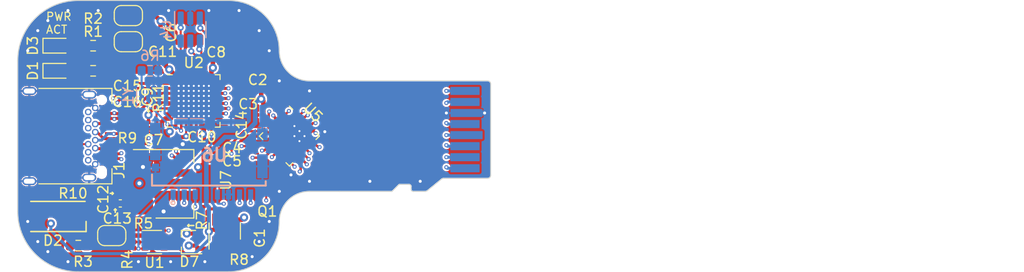
<source format=kicad_pcb>
(kicad_pcb (version 20221018) (generator pcbnew)
  (title_block (title "SD SWAP") (date "2023-08-31") (rev "V1.1"))
  (layers (0 "F.Cu" signal) (1 "In1.Cu" signal) (2 "In2.Cu" signal) (31 "B.Cu" signal) (34 "B.Paste" user) (35 "F.Paste" user) (36 "B.SilkS" user "B.Silkscreen") (37 "F.SilkS" user "F.Silkscreen") (38 "B.Mask" user) (39 "F.Mask" user) (44 "Edge.Cuts" user))
  (net 0 "")
  (net 1 "GND")
  (net 2 "Net-(U2-SDREG)")
  (net 3 "+3.3V")
  (net 4 "+1V2")
  (net 5 "+5V")
  (net 6 "Net-(D1-A)")
  (net 7 "Net-(D2-A1)")
  (net 8 "/ACT")
  (net 9 "Net-(D3-A)")
  (net 10 "/SD_VCC")
  (net 11 "VCC")
  (net 12 "Net-(J1-CC1)")
  (net 14 "Net-(J1-CC2)")
  (net 15 "/SD_SEL")
  (net 17 "/SS_RX+")
  (net 18 "/SS_RX-")
  (net 19 "/SS_TX+")
  (net 20 "/SS_TX-")
  (net 21 "/USB-")
  (net 22 "/USB+")
  (net 23 "Net-(JP1-B)")
  (net 24 "Net-(JP2-B)")
  (net 25 "Net-(JP3-A)")
  (net 26 "Net-(JP3-B)")
  (net 27 "Net-(Q1A-B1)")
  (net 28 "Net-(Q1B-B2)")
  (net 29 "Net-(U2-CARD_3V3)")
  (net 30 "Net-(U2-XTLI)")
  (net 31 "Net-(U2-REFF)")
  (net 32 "Net-(U2-XTLO)")
  (net 33 "Net-(U2-SD_D1)")
  (net 34 "Net-(U2-SD_D0)")
  (net 35 "Net-(U2-SD_CLK)")
  (net 36 "Net-(U2-SD_CMD)")
  (net 37 "Net-(U2-SD_D3)")
  (net 38 "Net-(U2-SD_D2)")
  (net 39 "Net-(U2-MOSI)")
  (net 40 "Net-(U2-SCK)")
  (net 41 "Net-(U2-CS#)")
  (net 42 "Net-(U2-MISO)")
  (net 43 "Net-(U3-DAT2)")
  (net 44 "Net-(U3-DAT3)")
  (net 45 "Net-(U3-CMD)")
  (net 46 "Net-(U3-CLK)")
  (net 47 "Net-(U3-DAT0)")
  (net 48 "Net-(U3-DAT1)")
  (net 49 "Net-(U5-COM1)")
  (net 50 "Net-(U5-COM2)")
  (net 51 "/SS_TXC+")
  (net 52 "/SS_TXC-")
  (net 53 "Net-(U5-COM3)")
  (net 54 "Net-(U5-COM4)")
  (net 55 "Net-(U5-COM5)")
  (net 56 "Net-(U5-COM6)")
  (net 58 "/INV_PWR")
  (footprint "Resistor_SMD:R_0603_1608Metric" (layer "F.Cu") (at 98.5 75)
    (fp_text reference "R1")
    (fp_text value "6.2K" hide)
  )
  (footprint "Capacitor_SMD:C_0201_0603Metric" (layer "F.Cu") (at 101.9 79.1)
    (fp_text reference "C15")
    (fp_text value "0.1u" hide)
  )
  (footprint "Resistor_SMD:R_0201_0603Metric" (layer "F.Cu") (at 102.6 92.345 -90)
    (fp_text reference "R4")
    (fp_text value "6.2K" hide)
  )
  (footprint "Capacitor_SMD:C_0201_0603Metric" (layer "F.Cu") (at 110.72 74.2)
    (fp_text reference "C8")
    (fp_text value "0.1u" hide)
  )
  (footprint "Package_TO_SOT_SMD:SOT-323_SC-70" (layer "F.Cu") (at 108 92.05 180)
    (fp_text reference "D7")
    (fp_text value "BAT54CW")
  )
  (footprint "Jumper:SolderJumper-2_P1.3mm_Bridged_RoundedPad1.0x1.5mm" (layer "F.Cu") (at 100.35 91.4)
    (fp_text reference "JP3" hide)
    (fp_text value "nLED" hide)
  )
  (footprint "Package_DFN_QFN:WQFN-24-1EP_4x4mm_P0.5mm_EP2.6x2.6mm" (layer "F.Cu") (at 118 81.5 -45)
    (fp_text reference "U5")
    (fp_text value "TS3A27518ERTW" hide)
  )
  (footprint "Package_TO_SOT_SMD:SOT-23-6" (layer "F.Cu") (at 111.575 90.95 90)
    (fp_text reference "Q1")
    (fp_text value "Q_Dual_PNP_PNP_E1B1C2E2B2C1" hide)
  )
  (footprint "Resistor_SMD:R_0603_1608Metric" (layer "F.Cu") (at 98.5 72.5)
    (fp_text reference "R2")
    (fp_text value "6.2K" hide)
  )
  (footprint "LED_SMD:LED_0603_1608Metric" (layer "F.Cu") (at 95 75)
    (fp_text reference "D1")
    (fp_text value "ACTIVITY" hide)
  )
  (footprint "Package_DFN_QFN:VQFN-32-1EP_5x5mm_P0.5mm_EP3.5x3.5mm" (layer "F.Cu") (at 108.5 78)
    (fp_text reference "U2")
    (fp_text value "RTS5306E" hide)
  )
  (footprint "Jumper:SolderJumper-2_P1.3mm_Bridged_RoundedPad1.0x1.5mm" (layer "F.Cu") (at 102 69.5 180)
    (fp_text reference "JP2" hide)
    (fp_text value "nLED" hide)
  )
  (footprint "Capacitor_SMD:C_0201_0603Metric" (layer "F.Cu") (at 115.095 79.39 180)
    (fp_text reference "C3")
    (fp_text value "0.1u" hide)
  )
  (footprint "Resistor_SMD:R_0201_0603Metric" (layer "F.Cu") (at 107.145 90.4 180)
    (fp_text reference "R7")
    (fp_text value "100" hide)
  )
  (footprint "Capacitor_SMD:C_0201_0603Metric" (layer "F.Cu") (at 104 80.4 -90)
    (fp_text reference "C9")
    (fp_text value "0.1u" hide)
  )
  (footprint "Capacitor_SMD:C_0201_0603Metric" (layer "F.Cu") (at 101.36 87.3 180)
    (fp_text reference "C12")
    (fp_text value "0.1u" hide)
  )
  (footprint "Package_TO_SOT_SMD:SOT-223-3_TabPin2" (layer "F.Cu") (at 106.6 86.25)
    (fp_text reference "U7")
    (fp_text value "AZ1117-3.3")
  )
  (footprint "Capacitor_SMD:C_0201_0603Metric" (layer "F.Cu") (at 112.2 80.4 -90)
    (fp_text reference "C14")
    (fp_text value "0.1u" hide)
  )
  (footprint "Capacitor_SMD:C_0201_0603Metric" (layer "F.Cu") (at 107.12 81.6 180)
    (fp_text reference "C10")
    (fp_text value "0.1u" hide)
  )
  (footprint "LED_SMD:LED_0603_1608Metric" (layer "F.Cu") (at 95 72.5)
    (fp_text reference "D3")
    (fp_text value "POWER" hide)
  )
  (footprint "LED_SMD:LED_RGB_1210" (layer "F.Cu") (at 95 89.5 180)
    (fp_text reference "D2")
    (fp_text value "PROG/PASS" hide)
  )
  (footprint "Capacitor_SMD:C_0201_0603Metric" (layer "F.Cu") (at 105.4 74.2 180)
    (fp_text reference "C11")
    (fp_text value "0.1u" hide)
  )
  (footprint "Resistor_SMD:R_0201_0603Metric" (layer "F.Cu") (at 98.5 88 -90)
    (fp_text reference "R10")
    (fp_text value "5.1K" hide)
  )
  (footprint "Capacitor_SMD:C_0201_0603Metric" (layer "F.Cu") (at 105.9 81.845 -90)
    (fp_text reference "C7")
    (fp_text value "0.1u" hide)
  )
  (footprint "Resistor_SMD:R_0201_0603Metric" (layer "F.Cu") (at 105.255 90.4)
    (fp_text reference "R5")
    (fp_text value "6.2K" hide)
  )
  (footprint "Capacitor_SMD:C_0402_1005Metric" (layer "F.Cu") (at 101.2 88.2 180)
    (fp_text reference "C13")
    (fp_text value "1u" hide)
  )
  (footprint "Capacitor_SMD:C_0201_0603Metric" (layer "F.Cu") (at 110.4 83.6)
    (fp_text reference "C5")
    (fp_text value "0.1u" hide)
  )
  (footprint "Resistor_SMD:R_0201_0603Metric" (layer "F.Cu") (at 111.255 93.6 180)
    (fp_text reference "R8")
    (fp_text value "100" hide)
  )
  (footprint "Connector_USB:USB_C_Receptacle_Amphenol_12401548E4-2A" (layer "F.Cu") (at 95 81.5 -90)
    (fp_text reference "J1")
    (fp_text value "USB_C" hide)
  )
  (footprint "Capacitor_SMD:C_0201_0603Metric" (layer "F.Cu") (at 105.2 71.2 -90)
    (fp_text reference "C6")
    (fp_text value "0.1u" hide)
  )
  (footprint "Jumper:SolderJumper-2_P1.3mm_Bridged_RoundedPad1.0x1.5mm" (layer "F.Cu") (at 102 72.1 180)
    (fp_text reference "JP1" hide)
    (fp_text value "nLED" hide)
  )
  (footprint "Resistor_SMD:R_0603_1608Metric" (layer "F.Cu") (at 97.025 92.4 180)
    (fp_text reference "R3")
    (fp_text value "6.2K" hide)
  )
  (footprint "Capacitor_SMD:C_0201_0603Metric" (layer "F.Cu") (at 113.8 91.36 90)
    (fp_text reference "C1")
    (fp_text value "0.1u" hide)
  )
  (footprint "Capacitor_SMD:C_0201_0603Metric" (layer "F.Cu") (at 101.9 79.9)
    (fp_text reference "C16")
    (fp_text value "0.1u" hide)
  )
  (footprint "Resistor_SMD:R_0201_0603Metric" (layer "F.Cu") (at 104.8 80.4 -90)
    (fp_text reference "R11")
    (fp_text value "6.2K" hide)
  )
  (footprint "Package_TO_SOT_SMD:SOT-363_SC-70-6" (layer "F.Cu") (at 104.6 92.05)
    (fp_text reference "U1")
    (fp_text value "74LVC2G14")
  )
  (footprint "Resistor_SMD:R_0201_0603Metric" (layer "F.Cu") (at 101.9 80.7)
    (fp_text reference "R9")
    (fp_text value "5.1K" hide)
  )
  (footprint "Capacitor_SMD:C_0201_0603Metric" (layer "F.Cu") (at 114.855 76.9 180)
    (fp_text reference "C2")
    (fp_text value "0.1u" hide)
  )
  (footprint "SD_Swap:PCB-SD" (layer "F.Cu") (at 123 76)
    (fp_text reference "U3" hide)
    (fp_text value "PCB_SD")
    (fp_line (start 0 0) (end 14.7 0) (stroke (width 0.1)) (layer "Edge.Cuts"))
    (fp_line (start 5.160001 11) (end 0 11) (stroke (width 0.1)) (layer "Edge.Cuts"))
    (fp_line (start 5.870001 10.328995) (end 5.23 10.971005) (stroke (width 0.1)) (layer "Edge.Cuts"))
    (fp_line (start 6.9 10.3) (end 5.94 10.3) (stroke (width 0.1)) (layer "Edge.Cuts"))
    (fp_line (start 7.1 10.8) (end 7.1 10.5) (stroke (width 0.1)) (layer "Edge.Cuts"))
    (fp_line (start 8.501856 10.999641) (end 7.3 11) (stroke (width 0.1)) (layer "Edge.Cuts"))
    (fp_line (start 10.11 9.78) (end 8.71 10.919641) (stroke (width 0.1)) (layer "Edge.Cuts"))
    (fp_line (start 14.7 9.7) (end 10.3 9.7) (stroke (width 0.1)) (layer "Edge.Cuts"))
    (fp_line (start 15 0.3) (end 15 9.4) (stroke (width 0.1)) (layer "Edge.Cuts"))
    (fp_arc (start 5.23 10.971005) (mid 5.19789 10.992484) (end 5.160001 11) (stroke (width 0.1)) (layer "Edge.Cuts"))
    (fp_arc (start 5.870001 10.328995) (mid 5.902112 10.307516) (end 5.94 10.3) (stroke (width 0.1)) (layer "Edge.Cuts"))
    (fp_arc (start 6.9 10.3) (mid 7.041421 10.358579) (end 7.1 10.5) (stroke (width 0.1)) (layer "Edge.Cuts"))
    (fp_arc (start 7.3 11) (mid 7.158579 10.941421) (end 7.1 10.8) (stroke (width 0.1)) (layer "Edge.Cuts"))
    (fp_arc (start 8.71 10.919547) (mid 8.61282 10.977477) (end 8.501856 10.999547) (stroke (width 0.1)) (layer "Edge.Cuts"))
    (fp_arc (start 10.11 9.78) (mid 10.198114 9.723648) (end 10.3 9.7) (stroke (width 0.1)) (layer "Edge.Cuts"))
    (fp_arc (start 14.7 0) (mid 14.912132 0.087868) (end 15 0.3) (stroke (width 0.1)) (layer "Edge.Cuts"))
    (fp_arc (start 15 9.4) (mid 14.912132 9.612132) (end 14.7 9.7) (stroke (width 0.1)) (layer "Edge.Cuts"))
  )
  (footprint "Capacitor_SMD:C_0201_0603Metric" (layer "F.Cu") (at 110.4 82.7)
    (fp_text reference "C4")
    (fp_text value "0.1u" hide)
  )
  (footprint "SD_Swap:105162-0001" (layer "B.Cu") (at 110 79.971715 180)
    (fp_text reference "U6")
    (fp_text value "SD_SOCKET" hide)
  )
  (footprint "SD_Swap:Resonator-3.2x1.3mm" (layer "B.Cu") (at 103.317501 77.4825)
    (fp_text reference "Y1")
    (fp_text value "12MHz" hide)
  )
  (footprint "Resistor_SMD:R_0603_1608Metric" (layer "B.Cu") (at 104.145 75)
    (fp_text reference "R6")
    (fp_text value "10K" hide)
  )
  (footprint "Package_TO_SOT_SMD:SOT-23-6" (layer "B.Cu") (at 108.15 70.9 -90)
    (fp_text reference "U4")
    (fp_text value "93AAxxAT" hide)
  )
  (gr_line (start 100.6 88.85) (end 100.7 88.75) (stroke (width 0.15)) (layer "F.SilkS"))
  (gr_line (start 100.8 88.85) (end 100.6 88.85) (stroke (width 0.15)) (layer "F.SilkS"))
  (gr_line (start 100.4 87.1) (end 100.5 87.2) (stroke (width 0.15)) (layer "F.SilkS"))
  (gr_line (start 100.7 88.75) (end 100.7 89.1) (stroke (width 0.15)) (layer "F.SilkS"))
  (gr_line (start 107.9 90.4) (end 108 90.3) (stroke (width 0.15)) (layer "F.SilkS"))
  (gr_line (start 100.5 87.2) (end 100.2 87.2) (stroke (width 0.15)) (layer "F.SilkS"))
  (gr_line (start 104 79.1) (end 103.9 79) (stroke (width 0.15)) (layer "F.SilkS"))
  (gr_line (start 100.5 87.2) (end 100.4 87.3) (stroke (width 0.15)) (layer "F.SilkS"))
  (gr_line (start 104.1 79) (end 104 79.1) (stroke (width 0.15)) (layer "F.SilkS"))
  (gr_line (start 107.9 90.4) (end 108.5 90.4) (stroke (width 0.15)) (layer "F.SilkS"))
  (gr_line (start 100.7 88.75) (end 100.8 88.85) (stroke (width 0.15)) (layer "F.SilkS"))
  (gr_line (start 104 79.1) (end 104 78.6) (stroke (width 0.15)) (layer "F.SilkS"))
  (gr_line (start 108 90.3) (end 108 90.5) (stroke (width 0.15)) (layer "F.SilkS"))
  (gr_line (start 108 90.5) (end 107.9 90.4) (stroke (width 0.15)) (layer "F.SilkS"))
  (gr_line (start 100.4 87.3) (end 100.4 87.1) (stroke (width 0.15)) (layer "F.SilkS"))
  (gr_line (start 103.9 79) (end 104.1 79) (stroke (width 0.15)) (layer "F.SilkS"))
  (gr_line (start 91 74) (end 91 89) (stroke (width 0.1)) (layer "Edge.Cuts"))
  (gr_arc (start 112 68) (mid 115.535534 69.464466) (end 117 73) (stroke (width 0.1)) (layer "Edge.Cuts"))
  (gr_line (start 120 76) (end 123 76) (stroke (width 0.1)) (layer "Edge.Cuts"))
  (gr_line (start 97 68) (end 112 68) (stroke (width 0.1)) (layer "Edge.Cuts"))
  (gr_arc (start 117 90) (mid 117.87868 87.87868) (end 120 87) (stroke (width 0.1)) (layer "Edge.Cuts"))
  (gr_line (start 120 87) (end 123 87) (stroke (width 0.1)) (layer "Edge.Cuts"))
  (gr_arc (start 117 90) (mid 115.535534 93.535534) (end 112 95) (stroke (width 0.1)) (layer "Edge.Cuts"))
  (gr_line (start 97 95) (end 112 95) (stroke (width 0.1)) (layer "Edge.Cuts"))
  (gr_arc (start 97 95) (mid 92.757359 93.242641) (end 91 89) (stroke (width 0.1)) (layer "Edge.Cuts"))
  (gr_arc (start 91 74) (mid 92.757359 69.757359) (end 97 68) (stroke (width 0.1)) (layer "Edge.Cuts"))
  (gr_arc (start 120 76) (mid 117.87868 75.12132) (end 117 73) (stroke (width 0.1)) (layer "Edge.Cuts"))
  (gr_text "PWR\nACT" (at 93.75 70.25) (layer "F.SilkS") (effects (font (size 0.8 0.8) (thickness 0.12)) (justify left)))
  (segment (start 118 81.5) (end 118 80.43934) (width 0.4) (layer "F.Cu") (net 1))
  (segment (start 103.65 92.05) (end 102.625 92.05) (width 0.2) (layer "F.Cu") (net 1))
  (segment (start 102.625 92.05) (end 102.6 92.025) (width 0.2) (layer "F.Cu") (net 1))
  (segment (start 118 81.5) (end 119.06066 81.5) (width 0.4) (layer "F.Cu") (net 1))
  (segment (start 118 80.43934) (end 117.160311 79.599651) (width 0.4) (layer "F.Cu") (net 1))
  (segment (start 119.06066 81.5) (end 119.900349 82.339689) (width 0.4) (layer "F.Cu") (net 1))
  (via (at 93 71) (size 0.6) (drill 0.3) (layers "F.Cu" "B.Cu") (net 1))
  (via (at 118.5 80.5) (size 0.4) (drill 0.2) (layers "F.Cu" "B.Cu") (net 1))
  (via (at 116 90) (size 0.6) (drill 0.3) (layers "F.Cu" "B.Cu") (net 1))
  (via (at 109 79) (size 0.4) (drill 0.2) (layers "F.Cu" "B.Cu") (net 1))
  (via (at 109.5 76.5) (size 0.4) (drill 0.2) (layers "F.Cu" "B.Cu") (net 1))
  (via (at 109 78.5) (size 0.4) (drill 0.2) (layers "F.Cu" "B.Cu") (net 1))
  (via (at 120 77) (size 0.6) (drill 0.3) (layers "F.Cu" "B.Cu") (net 1))
  (via (at 109.5 79) (size 0.4) (drill 0.2) (layers "F.Cu" "B.Cu") (net 1))
  (via (at 108.5 77) (size 0.4) (drill 0.2) (layers "F.Cu" "B.Cu") (net 1))
  (via (at 109.5 78.5) (size 0.4) (drill 0.2) (layers "F.Cu" "B.Cu") (net 1))
  (via (at 108 78.5) (size 0.4) (drill 0.2) (layers "F.Cu" "B.Cu") (net 1))
  (via (at 108 79.5) (size 0.4) (drill 0.2) (layers "F.Cu" "B.Cu") (net 1))
  (via (at 107.4 82.3) (size 0.8) (drill 0.4) (layers "F.Cu" "B.Cu") (net 1))
  (via (at 107 78.5) (size 0.4) (drill 0.2) (layers "F.Cu" "B.Cu") (net 1))
  (via (at 109 76.5) (size 0.4) (drill 0.2) (layers "F.Cu" "B.Cu") (net 1))
  (via (at 103 94) (size 0.6) (drill 0.3) (layers "F.Cu" "B.Cu") (net 1))
  (via (at 105.5 89) (size 0.8) (drill 0.4) (layers "F.Cu" "B.Cu") (net 1))
  (via (at 107 79.5) (size 0.4) (drill 0.2) (layers "F.Cu" "B.Cu") (net 1))
  (via (at 116 73) (size 0.6) (drill 0.3) (layers "F.Cu" "B.Cu") (net 1))
  (via (at 108.5 77.5) (size 0.4) (drill 0.2) (layers "F.Cu" "B.Cu") (net 1))
  (via (at 109 78) (size 0.4) (drill 0.2) (layers "F.Cu" "B.Cu") (net 1))
  (via (at 113 69) (size 0.6) (drill 0.3) (layers "F.Cu" "B.Cu") (net 1))
  (via (at 106.2 94) (size 0.6) (drill 0.3) (layers "F.Cu" "B.Cu") (net 1))
  (via (at 108 76.5) (size 0.4) (drill 0.2) (layers "F.Cu" "B.Cu") (net 1))
  (via (at 117 87) (size 0.6) (drill 0.3) (layers "F.Cu" "B.Cu") (net 1))
  (via (at 106 69) (size 0.6) (drill 0.3) (layers "F.Cu" "B.Cu") (net 1))
  (via (at 110 78.5) (size 0.4) (drill 0.2) (layers "F.Cu" "B.Cu") (net 1))
  (via (at 109.5 77.5) (size 0.4) (drill 0.2) (layers "F.Cu" "B.Cu") (net 1))
  (via (at 126 86) (size 0.6) (drill 0.3) (layers "F.Cu" "B.Cu") (net 1))
  (via (at 110 79.5) (size 0.4) (drill 0.2) (layers "F.Cu" "B.Cu") (net 1))
  (via (at 115 92) (size 0.6) (drill 0.3) (layers "F.Cu" "B.Cu") (net 1))
  (via (at 119.5 81.5) (size 0.4) (drill 0.2) (layers "F.Cu" "B.Cu") (net 1))
  (via (at 96 69) (size 0.6) (drill 0.3) (layers "F.Cu" "B.Cu") (net 1))
  (via (at 117 76) (size 0.6) (drill 0.3) (layers "F.Cu" "B.Cu") (net 1))
  (via (at 107.5 79) (size 0.4) (drill 0.2) (layers "F.Cu" "B.Cu") (net 1))
  (via (at 109 77.5) (size 0.4) (drill 0.2) (layers "F.Cu" "B.Cu") (net 1))
  (via (at 93 92) (size 0.6) (drill 0.3) (layers "F.Cu" "B.Cu") (net 1))
  (via (at 108 79) (size 0.4) (drill 0.2) (layers "F.Cu" "B.Cu") (net 1))
  (via (at 137.4 79.2) (size 0.6) (drill 0.3) (layers "F.Cu" "B.Cu") (net 1))
  (via (at 119 81) (size 0.4) (drill 0.2) (layers "F.Cu" "B.Cu") (net 1))
  (via (at 110 69) (size 0.6) (drill 0.3) (layers "F.Cu" "B.Cu") (net 1))
  (via (at 109.5 77) (size 0.4) (drill 0.2) (layers "F.Cu" "B.Cu") (net 1))
  (via (at 110 76.5) (size 0.4) (drill 0.2) (layers "F.Cu" "B.Cu") (net 1))
  (via (at 99 69) (size 0.6) (drill 0.3) (layers "F.Cu" "B.Cu") (net 1))
  (via (at 107 76.5) (size 0.4) (drill 0.2) (layers "F.Cu" "B.Cu") (net 1))
  (via (at 108.5 78) (size 0.4) (drill 0.2) (layers "F.Cu" "B.Cu") (net 1))
  (via (at 110 77.5) (size 0.4) (drill 0.2) (layers "F.Cu" "B.Cu") (net 1))
  (via (at 131 86) (size 0.6) (drill 0.3) (layers "F.Cu" "B.Cu") (net 1))
  (via (at 109 79.5) (size 0.4) (drill 0.2) (layers "F.Cu" "B.Cu") (net 1))
  (via (at 109 77) (size 0.4) (drill 0.2) (layers "F.Cu" "B.Cu") (net 1))
  (via (at 107.5 79.5) (size 0.4) (drill 0.2) (layers "F.Cu" "B.Cu") (net 1))
  (via (at 107 77) (size 0.4) (drill 0.2) (layers "F.Cu" "B.Cu") (net 1))
  (via (at 94 93) (size 0.6) (drill 0.3) (layers "F.Cu" "B.Cu") (net 1))
  (via (at 109.5 79.5) (size 0.4) (drill 0.2) (layers "F.Cu" "B.Cu") (net 1))
  (via (at 115 71) (size 0.6) (drill 0.3) (layers "F.Cu" "B.Cu") (net 1))
  (via (at 120 86) (size 0.6) (drill 0.3) (layers "F.Cu" "B.Cu") (net 1))
  (via (at 114.3 93.5) (size 0.6) (drill 0.3) (layers "F.Cu" "B.Cu") (net 1))
  (via (at 94 70) (size 0.6) (drill 0.3) (layers "F.Cu" "B.Cu") (net 1))
  (via (at 107.5 78.5) (size 0.4) (drill 0.2) (layers "F.Cu" "B.Cu") (net 1))
  (via (at 118.5 81.5) (size 0.4) (drill 0.2) (layers "F.Cu" "B.Cu") (net 1))
  (via (at 96 94) (size 0.6) (drill 0.3) (layers "F.Cu" "B.Cu") (net 1))
  (via (at 107 78) (size 0.4) (drill 0.2) (layers "F.Cu" "B.Cu") (net 1))
  (via (at 109.6 94) (size 0.6) (drill 0.3) (layers "F.Cu" "B.Cu") (net 1))
  (via (at 108.5 79) (size 0.4) (drill 0.2) (layers "F.Cu" "B.Cu") (net 1))
  (via (at 108 77) (size 0.4) (drill 0.2) (layers "F.Cu" "B.Cu") (net 1))
  (via (at 107.5 77) (size 0.4) (drill 0.2) (layers "F.Cu" "B.Cu") (net 1))
  (via (at 133.6 79.2) (size 0.6) (drill 0.3) (layers "F.Cu" "B.Cu") (net 1))
  (via (at 119 82) (size 0.4) (drill 0.2) (layers "F.Cu" "B.Cu") (net 1))
  (via (at 107.5 76.5) (size 0.4) (drill 0.2) (layers "F.Cu" "B.Cu") (net 1))
  (via (at 108 77.5) (size 0.4) (drill 0.2) (layers "F.Cu" "B.Cu") (net 1))
  (via (at 92 73) (size 0.6) (drill 0.3) (layers "F.Cu" "B.Cu") (net 1))
  (via (at 108.5 76.5) (size 0.4) (drill 0.2) (layers "F.Cu" "B.Cu") (net 1))
  (via (at 107 79) (size 0.4) (drill 0.2) (layers "F.Cu" "B.Cu") (net 1))
  (via (at 107.5 77.5) (size 0.4) (drill 0.2) (layers "F.Cu" "B.Cu") (net 1))
  (via (at 109.5 78) (size 0.4) (drill 0.2) (layers "F.Cu" "B.Cu") (net 1))
  (via (at 110 77) (size 0.4) (drill 0.2) (layers "F.Cu" "B.Cu") (net 1))
  (via (at 110 79) (size 0.4) (drill 0.2) (layers "F.Cu" "B.Cu") (net 1))
  (via (at 108.5 78.5) (size 0.4) (drill 0.2) (layers "F.Cu" "B.Cu") (net 1))
  (via (at 108.5 79.5) (size 0.4) (drill 0.2) (layers "F.Cu" "B.Cu") (net 1))
  (via (at 110 78) (size 0.4) (drill 0.2) (layers "F.Cu" "B.Cu") (net 1))
  (via (at 107 77.5) (size 0.4) (drill 0.2) (layers "F.Cu" "B.Cu") (net 1))
  (via (at 108 78) (size 0.4) (drill 0.2) (layers "F.Cu" "B.Cu") (net 1))
  (via (at 92 90) (size 0.6) (drill 0.3) (layers "F.Cu" "B.Cu") (net 1))
  (via (at 118.16 85.36) (size 0.6) (drill 0.3) (layers "F.Cu" "B.Cu") (net 1))
  (via (at 103.45 84.575) (size 0.8) (drill 0.4) (layers "F.Cu" "B.Cu") (net 1))
  (via (at 121.52 81.06) (size 0.6) (drill 0.3) (layers "F.Cu" "B.Cu") (net 1))
  (via (at 107.5 78) (size 0.4) (drill 0.2) (layers "F.Cu" "B.Cu") (net 1))
  (segment (start 112.2 80.08) (end 111.28 80.08) (width 0.2) (layer "F.Cu") (net 2))
  (segment (start 111.28 80.08) (end 110.95 79.75) (width 0.2) (layer "F.Cu") (net 2))
  (segment (start 105.5175 81.1425) (end 105.33 80.955) (width 0.45) (layer "F.Cu") (net 3))
  (segment (start 109.6 82.7) (end 109.5 82.8) (width 0.3) (layer "F.Cu") (net 3))
  (segment (start 102.65 69.5) (end 104.6625 69.5) (width 0.45) (layer "F.Cu") (net 3))
  (segment (start 103.5 86.25) (end 109.75 86.25) (width 1) (layer "F.Cu") (net 3))
  (segment (start 105.2 70.88) (end 105.2 70.0375) (width 0.45) (layer "F.Cu") (net 3))
  (segment (start 105.5175 81.1425) (end 105.618845 81.041155) (width 0.45) (layer "F.Cu") (net 3))
  (segment (start 110.08 83.6) (end 109.5 83.6) (width 0.3) (layer "F.Cu") (net 3))
  (segment (start 108 92.4) (end 108.7 92.4) (width 0.4) (layer "F.Cu") (net 3))
  (segment (start 109.5 86) (end 109.75 86.25) (width 0.45) (layer "F.Cu") (net 3))
  (segment (start 108.7 92.4) (end 109 92.7) (width 0.4) (layer "F.Cu") (net 3))
  (segment (start 109.5 80.45) (end 109.75 80.45) (width 0.3) (layer "F.Cu") (net 3))
  (segment (start 109.5 83.6) (end 109.5 82.8) (width 0.45) (layer "F.Cu") (net 3))
  (segment (start 109 92.7) (end 110.0125 92.7) (width 0.4) (layer "F.Cu") (net 3))
  (segment (start 105.67 79.75) (end 106.05 79.75) (width 0.45) (layer "F.Cu") (net 3))
  (segment (start 109.5 83.6) (end 109.5 84.3) (width 0.45) (layer "F.Cu") (net 3))
  (segment (start 105.618845 81.041155) (end 106.107475 81.041155) (width 0.45) (layer "F.Cu") (net 3))
  (segment (start 109.25 80.45) (end 109.5 80.45) (width 0.3) (layer "F.Cu") (net 3))
  (segment (start 108.93 84.59) (end 109.5 86) (width 0.45) (layer "F.Cu") (net 3))
  (segment (start 109.5 81.4) (end 109.4 81.3) (width 0.45) (layer "F.Cu") (net 3))
  (segment (start 109.5 84.3) (end 108.93 84.59) (width 0.45) (layer "F.Cu") (net 3))
  (segment (start 103.45 86.25) (end 103.15 86.25) (width 0.45) (layer "F.Cu") (net 3))
  (segment (start 105.9 81.525) (end 105.5175 81.1425) (width 0.45) (layer "F.Cu") (net 3))
  (segment (start 109.25 80.45) (end 109.75 80.45) (width 0.45) (layer "F.Cu") (net 3))
  (segment (start 106.05 79.25) (end 106.05 79.75) (width 0.45) (layer "F.Cu") (net 3))
  (segment (start 109.4 81.3) (end 109.5 81.2) (width 0.45) (layer "F.Cu") (net 3))
  (segment (start 110.0125 92.7) (end 110.625 92.0875) (width 0.4) (layer "F.Cu") (net 3))
  (segment (start 109.5 81.2) (end 109.5 80.45) (width 0.45) (layer "F.Cu") (net 3))
  (segment (start 103.15 86.25) (end 103.1 86.2) (width 0.45) (layer "F.Cu") (net 3))
  (segment (start 105.33 80.09) (end 105.67 79.75) (width 0.45) (layer "F.Cu") (net 3))
  (segment (start 105.33 80.955) (end 105.33 80.09) (width 0.45) (layer "F.Cu") (net 3))
  (segment (start 110.08 82.7) (end 109.6 82.7) (width 0.3) (layer "F.Cu") (net 3))
  (segment (start 104.6625 69.5) (end 105.2 70.0375) (width 0.45) (layer "F.Cu") (net 3))
  (segment (start 109.5 82.8) (end 109.5 81.4) (width 0.45) (layer "F.Cu") (net 3))
  (segment (start 103.1 86.2) (end 103.5 86.25) (width 1) (layer "F.Cu") (net 3))
  (via (at 108.93 84.59) (size 0.8) (drill 0.4) (layers "F.Cu" "B.Cu") (net 3))
  (via (at 103.1 86.2) (size 0.8) (drill 0.4) (layers "F.Cu" "B.Cu") (net 3))
  (via (at 106.107475 81.041155) (size 0.8) (drill 0.4) (layers "F.Cu" "B.Cu") (net 3))
  (via (at 105.2 70.0375) (size 0.8) (drill 0.4) (layers "F.Cu" "B.Cu") (net 3))
  (via (at 108 92.4) (size 0.8) (drill 0.4) (layers "F.Cu" "B.Cu") (net 3))
  (via (at 109.4 81.3) (size 0.8) (drill 0.4) (layers "F.Cu" "B.Cu") (net 3))
  (segment (start 105.2 70.0375) (end 107.2 72.0375) (width 0.3) (layer "B.Cu") (net 3))
  (segment (start 107.739333 80.460667) (end 107.75 80.45) (width 0.2) (layer "F.Cu") (net 4))
  (segment (start 110.25 74.85) (end 110.4 74.7) (width 0.45) (layer "F.Cu") (net 4))
  (segment (start 104.95 78.25) (end 104 79.2) (width 0.45) (layer "F.Cu") (net 4))
  (segment (start 107.44 81.6) (end 107.65 81.6) (width 0.2) (layer "F.Cu") (net 4))
  (segment (start 107.739333 81.525667) (end 107.739333 81.510667) (width 0.2) (layer "F.Cu") (net 4))
  (segment (start 105.72 74.52) (end 105.72 74.2) (width 0.45) (layer "F.Cu") (net 4))
  (segment (start 104 80.08) (end 104 79.4) (width 0.3) (layer "F.Cu") (net 4))
  (segment (start 106.75 75.55) (end 106.06 74.86) (width 0.45) (layer "F.Cu") (net 4))
  (segment (start 106.06 74.86) (end 105.72 74.52) (width 0.45) (layer "F.Cu") (net 4))
  (segment (start 106.05 78.25) (end 104.95 78.25) (width 0.45) (layer "F.Cu") (net 4))
  (segment (start 107.65 81.6) (end 107.739333 81.510667) (width 0.2) (layer "F.Cu") (net 4))
  (segment (start 107.739333 81.510667) (end 107.739333 80.460667) (width 0.2) (layer "F.Cu") (net 4))
  (segment (start 110.25 75.55) (end 110.25 74.85) (width 0.45) (layer "F.Cu") (net 4))
  (segment (start 110.4 74.2) (end 110.4 74.7) (width 0.3) (layer "F.Cu") (net 4))
  (segment (start 104 79.2) (end 104 79.4) (width 0.45) (layer "F.Cu") (net 4))
  (via (at 104 79.4) (size 0.8) (drill 0.4) (layers "F.Cu" "B.Cu") (net 4))
  (via (at 106.06 74.86) (size 0.8) (drill 0.4) (layers "F.Cu" "B.Cu") (net 4))
  (via (at 107.739333 81.510667) (size 0.6) (drill 0.3) (layers "F.Cu" "B.Cu") (net 4))
  (via (at 110.4 74.7) (size 0.8) (drill 0.4) (layers "F.Cu" "B.Cu") (net 4))
  (segment (start 102 87.6) (end 102 87.3) (width 0.45) (layer "F.Cu") (net 5))
  (segment (start 102.2 88.2) (end 102 88) (width 0.45) (layer "F.Cu") (net 5))
  (segment (start 101.6 82.6) (end 100.795 82.6) (width 0.45) (layer "F.Cu") (net 5))
  (segment (start 102 86.8) (end 102 83) (width 0.45) (layer "F.Cu") (net 5))
  (segment (start 101.68 87.3) (end 102 87.3) (width 0.45) (layer "F.Cu") (net 5))
  (segment (start 103.45 88.55) (end 102.55 88.55) (width 0.45) (layer "F.Cu") (net 5))
  (segment (start 98.76 82.75) (end 98.71 82.7) (width 0.3) (layer "F.Cu") (net 5))
  (segment (start 100.795 82.6) (end 100.7 82.6) (width 0.3) (layer "F.Cu") (net 5))
  (segment (start 102.55 88.55) (end 102.2 88.2) (width 0.45) (layer "F.Cu") (net 5))
  (segment (start 101.95 88.05) (end 102 88) (width 0.45) (layer "F.Cu") (net 5))
  (segment (start 100.02 82.75) (end 100.55 82.75) (width 0.3) (layer "F.Cu") (net 5))
  (segment (start 98.76 80.25) (end 98.71 80.3) (width 0.3) (layer "F.Cu") (net 5))
  (segment (start 102 88) (end 102 87.6) (width 0.45) (layer "F.Cu") (net 5))
  (segment (start 102 83) (end 101.6 82.6) (width 0.45) (layer "F.Cu") (net 5))
  (segment (start 100.02 82.75) (end 98.76 82.75) (width 0.3) (layer "F.Cu") (net 5))
  (segment (start 101.68 88.2) (end 102.2 88.2) (width 0.45) (layer "F.Cu") (net 5))
  (segment (start 100.55 82.75) (end 100.7 82.6) (width 0.3) (layer "F.Cu") (net 5))
  (segment (start 100.02 80.25) (end 98.76 80.25) (width 0.3) (layer "F.Cu") (net 5))
  (segment (start 102 87.3) (end 102 86.8) (width 0.45) (layer "F.Cu") (net 5))
  (segment (start 97.675 75) (end 95.7875 75) (width 0.3) (layer "F.Cu") (net 6))
  (segment (start 93.25 88.8) (end 94.55 88.8) (width 0.25) (layer "F.Cu") (net 7))
  (segment (start 95.95 90.2) (end 96.75 90.2) (width 0.25) (layer "F.Cu") (net 7))
  (segment (start 96.2 90.75) (end 96.75 90.2) (width 0.25) (layer "F.Cu") (net 7))
  (segment (start 94.55 88.8) (end 95.95 90.2) (width 0.25) (layer "F.Cu") (net 7))
  (segment (start 96.2 92.4) (end 96.2 90.75) (width 0.25) (layer "F.Cu") (net 7))
  (segment (start 106.831802 73.768198) (end 107.75 74.686396) (width 0.45) (layer "F.Cu") (net 8))
  (segment (start 103.3 72.75) (end 106.5 72.75) (width 0.45) (layer "F.Cu") (net 8))
  (segment (start 107.75 75.55) (end 107.75 74.686396) (width 0.45) (layer "F.Cu") (net 8))
  (segment (start 102.65 72.1) (end 103.3 72.75) (width 0.45) (layer "F.Cu") (net 8))
  (segment (start 106.5 72.75) (end 106.75 73) (width 0.45) (layer "F.Cu") (net 8))
  (segment (start 106.75 73) (end 106.75 73.686396) (width 0.45) (layer "F.Cu") (net 8))
  (segment (start 106.831802 73.768198) (end 106.75 73.686396) (width 0.3) (layer "F.Cu") (net 8))
  (segment (start 97.675 72.5) (end 95.7875 72.5) (width 0.3) (layer "F.Cu") (net 9))
  (segment (start 113.2875 89.8125) (end 113.5 89.6) (width 0.45) (layer "F.Cu") (net 10))
  (segment (start 108.8 91.2) (end 109 91.4) (width 0.4) (layer "F.Cu") (net 10))
  (segment (start 107.8 91.2) (end 108.8 91.2) (width 0.4) (layer "F.Cu") (net 10))
  (segment (start 112.525 89.8125) (end 113.2875 89.8125) (width 0.45) (layer "F.Cu") (net 10))
  (via (at 113.5 89.6) (size 0.8) (drill 0.4) (layers "F.Cu" "B.Cu") (net 10))
  (via (at 107.8 91.2) (size 0.8) (drill 0.4) (layers "F.Cu" "B.Cu") (net 10))
  (via (at 133.6 81.4) (size 0.4) (drill 0.2) (layers "F.Cu" "B.Cu") (net 10))
  (segment (start 135.6 81.4) (end 133.6 81.4) (width 0.3) (layer "B.Cu") (net 10))
  (segment (start 112.525 91.325) (end 112.525 92.0875) (width 0.4) (layer "F.Cu") (net 11))
  (segment (start 110.625 90.825) (end 110.8 91) (width 0.4) (layer "F.Cu") (net 11))
  (segment (start 110.175 90.825) (end 110 91) (width 0.4) (layer "F.Cu") (net 11))
  (segment (start 116.075311 80.660311) (end 115.415 80) (width 0.4) (layer "F.Cu") (net 11))
  (segment (start 112.2 91) (end 112.525 91.325) (width 0.4) (layer "F.Cu") (net 11))
  (segment (start 115.415 80) (end 115.415 78.015) (width 0.45) (layer "F.Cu") (net 11))
  (segment (start 112.88 91.68) (end 112.525 91.325) (width 0.3) (layer "F.Cu") (net 11))
  (segment (start 116.099651 80.660311) (end 116.075311 80.660311) (width 0.4) (layer "F.Cu") (net 11))
  (segment (start 93.25 90.2) (end 94.3 90.2) (width 0.3) (layer "F.Cu") (net 11))
  (segment (start 115.415 78.015) (end 115.2 77.8) (width 0.45) (layer "F.Cu") (net 11))
  (segment (start 115.2 77.8) (end 115.2 76.925) (width 0.45) (layer "F.Cu") (net 11))
  (segment (start 115.2 76.925) (end 115.175 76.9) (width 0.45) (layer "F.Cu") (net 11))
  (segment (start 113.8 91.68) (end 112.88 91.68) (width 0.3) (layer "F.Cu") (net 11))
  (segment (start 110.625 89.8125) (end 110.625 90.825) (width 0.4) (layer "F.Cu") (net 11))
  (segment (start 110.625 90.825) (end 110.175 90.825) (width 0.4) (layer "F.Cu") (net 11))
  (segment (start 110.8 91) (end 112.2 91) (width 0.4) (layer "F.Cu") (net 11))
  (via (at 115.2 77.8) (size 0.8) (drill 0.4) (layers "F.Cu" "B.Cu") (net 11))
  (via (at 94.3 90.2) (size 0.8) (drill 0.4) (layers "F.Cu" "B.Cu") (net 11))
  (via (at 110 91) (size 0.8) (drill 0.4) (layers "F.Cu" "B.Cu") (net 11))
  (segment (start 108.6 93.2) (end 110 91.8) (width 0.3) (layer "B.Cu") (net 11))
  (segment (start 94.3 90.9) (end 94.6 91.2) (width 0.3) (layer "B.Cu") (net 11))
  (segment (start 110 88.575) (end 109.75 88.325) (width 0.4) (layer "B.Cu") (net 11))
  (segment (start 115.2 77.8) (end 115 77.8) (width 0.45) (layer "B.Cu") (net 11))
  (segment (start 109.75 87.311715) (end 109.75 88.325) (width 0.45) (layer "B.Cu") (net 11))
  (segment (start 96.6 93.2) (end 105 93.2) (width 0.3) (layer "B.Cu") (net 11))
  (segment (start 111.6 81.6) (end 109.75 83.45) (width 0.45) (layer "B.Cu") (net 11))
  (segment (start 114.6 80.2) (end 113.2 81.6) (width 0.45) (layer "B.Cu") (net 11))
  (segment (start 96.575 93.175) (end 96.6 93.2) (width 0.3) (layer "B.Cu") (net 11))
  (segment (start 110 91) (end 110 88.575) (width 0.4) (layer "B.Cu") (net 11))
  (segment (start 94.6 91.2) (end 96.575 93.175) (width 0.3) (layer "B.Cu") (net 11))
  (segment (start 105 93.2) (end 108.6 93.2) (width 0.3) (layer "B.Cu") (net 11))
  (segment (start 110 91.8) (end 110 91) (width 0.3) (layer "B.Cu") (net 11))
  (segment (start 94.3 90.2) (end 94.3 90.9) (width 0.3) (layer "B.Cu") (net 11))
  (segment (start 114.6 78.2) (end 114.6 80.2) (width 0.45) (layer "B.Cu") (net 11))
  (segment (start 109.75 83.45) (end 109.75 87.311715) (width 0.45) (layer "B.Cu") (net 11))
  (segment (start 113.2 81.6) (end 111.6 81.6) (width 0.45) (layer "B.Cu") (net 11))
  (segment (start 115 77.8) (end 114.6 78.2) (width 0.45) (layer "B.Cu") (net 11))
  (segment (start 101.53 80.75) (end 101.58 80.7) (width 0.2) (layer "F.Cu") (net 12))
  (segment (start 100.02 80.75) (end 101.53 80.75) (width 0.2) (layer "F.Cu") (net 12))
  (segment (start 96.7 82.75) (end 96.7 86.25) (width 0.2) (layer "F.Cu") (net 14))
  (segment (start 98.32 86.82) (end 98.5 87) (width 0.2) (layer "F.Cu") (net 14))
  (segment (start 98.5 87.68) (end 98.5 87) (width 0.2) (layer "F.Cu") (net 14))
  (segment (start 97.27 86.82) (end 98.32 86.82) (width 0.2) (layer "F.Cu") (net 14))
  (segment (start 96.7 86.25) (end 97.27 86.82) (width 0.2) (layer "F.Cu") (net 14))
  (segment (start 98.01 82.3) (end 97.15 82.3) (width 0.2) (layer "F.Cu") (net 14))
  (segment (start 97.15 82.3) (end 96.7 82.75) (width 0.2) (layer "F.Cu") (net 14))
  (segment (start 121.81 85.08) (end 119.66 85.08) (width 0.2) (layer "F.Cu") (net 15))
  (segment (start 119.546796 80.306757) (end 119.733243 80.306757) (width 0.2) (layer "F.Cu") (net 15))
  (segment (start 122.17 84.72) (end 121.81 85.08) (width 0.2) (layer "F.Cu") (net 15))
  (segment (start 122.17 80.59) (end 122.17 84.72) (width 0.2) (layer "F.Cu") (net 15))
  (segment (start 120.45 79.59) (end 121.17 79.59) (width 0.2) (layer "F.Cu") (net 15))
  (segment (start 119.66 85.08) (end 118.87 85.87) (width 0.2) (layer "F.Cu") (net 15))
  (segment (start 105.55 90.9) (end 106 90.9) (width 0.2) (layer "F.Cu") (net 15))
  (segment (start 118.74 86) (end 118.87 85.87) (width 0.2) (layer "F.Cu") (net 15))
  (segment (start 105.55 90.425) (end 105.575 90.4) (width 0.3) (layer "F.Cu") (net 15))
  (segment (start 121.17 79.59) (end 122.17 80.59) (width 0.2) (layer "F.Cu") (net 15))
  (segment (start 116.6 83.96066) (end 117.160311 83.400349) (width 0.2) (layer "F.Cu") (net 15))
  (segment (start 105.55 90.9) (end 105.55 90.425) (width 0.3) (layer "F.Cu") (net 15))
  (segment (start 116.6 86) (end 118.74 86) (width 0.2) (layer "F.Cu") (net 15))
  (segment (start 119.733243 80.306757) (end 120.45 79.59) (width 0.2) (layer "F.Cu") (net 15))
  (segment (start 116.6 86) (end 116.6 83.96066) (width 0.2) (layer "F.Cu") (net 15))
  (segment (start 105.55 91.4) (end 105.55 90.9) (width 0.3) (layer "F.Cu") (net 15))
  (segment (start 105.575 90.4) (end 106.825 90.4) (width 0.3) (layer "F.Cu") (net 15))
  (segment (start 115.7 86.9) (end 116.6 86) (width 0.2) (layer "F.Cu") (net 15))
  (segment (start 115.7 87.9) (end 115.7 86.9) (width 0.2) (layer "F.Cu") (net 15))
  (via (at 106 90.9) (size 0.4) (drill 0.2) (layers "F.Cu" "B.Cu") (net 15))
  (via (at 115.7 87.9) (size 0.4) (drill 0.2) (layers "F.Cu" "B.Cu") (net 15))
  (segment (start 100.545001 83.75) (end 100.553001 83.742) (width 0.284) (layer "F.Cu") (net 17))
  (segment (start 105.449999 76.25) (end 105.441999 76.258) (width 0.284) (layer "F.Cu") (net 17))
  (segment (start 100.02 83.75) (end 100.545001 83.75) (width 0.284) (layer "F.Cu") (net 17))
  (segment (start 106.05 76.25) (end 105.449999 76.25) (width 0.284) (layer "F.Cu") (net 17))
  (segment (start 105.441999 76.258) (end 102.07976 76.258) (width 0.284) (layer "F.Cu") (net 17))
  (segment (start 102.07976 76.258) (end 100.5931 77.74466) (width 0.284) (layer "F.Cu") (net 17))
  (segment (start 101.247002 83.742) (end 101.305002 83.8) (width 0.284) (layer "F.Cu") (net 17))
  (segment (start 100.553001 83.742) (end 101.247002 83.742) (width 0.284) (layer "F.Cu") (net 17))
  (via (at 100.473287 77.742447) (size 0.4) (drill 0.2) (layers "F.Cu" "B.Cu") (net 17))
  (via (at 101.305002 83.8) (size 0.4) (drill 0.2) (layers "F.Cu" "B.Cu") (net 17))
  (segment (start 102.28024 76.742) (end 100.93534 78.0869) (width 0.284) (layer "F.Cu") (net 18))
  (segment (start 105.441999 76.742) (end 102.28024 76.742) (width 0.284) (layer "F.Cu") (net 18))
  (segment (start 100.553001 83.258) (end 101.247002 83.258) (width 0.284) (layer "F.Cu") (net 18))
  (segment (start 101.247002 83.258) (end 101.305002 83.2) (width 0.284) (layer "F.Cu") (net 18))
  (segment (start 100.02 83.25) (end 100.545001 83.25) (width 0.284) (layer "F.Cu") (net 18))
  (segment (start 100.545001 83.25) (end 100.553001 83.258) (width 0.284) (layer "F.Cu") (net 18))
  (segment (start 106.05 76.75) (end 105.449999 76.75) (width 0.284) (layer "F.Cu") (net 18))
  (segment (start 105.449999 76.75) (end 105.441999 76.742) (width 0.284) (layer "F.Cu") (net 18))
  (via (at 101.305002 83.2) (size 0.4) (drill 0.2) (layers "F.Cu" "B.Cu") (net 18))
  (via (at 100.897553 78.166713) (size 0.4) (drill 0.2) (layers "F.Cu" "B.Cu") (net 18))
  (segment (start 101.234999 79.1) (end 101.58 79.1) (width 0.284) (layer "F.Cu") (net 19))
  (segment (start 100.545001 79.25) (end 100.553001 79.258) (width 0.284) (layer "F.Cu") (net 19))
  (segment (start 101.076999 79.258) (end 101.234999 79.1) (width 0.284) (layer "F.Cu") (net 19))
  (segment (start 101.076999 79.258) (end 100.657956 79.258) (width 0.284) (layer "F.Cu") (net 19))
  (segment (start 100.553001 79.258) (end 101.076999 79.258) (width 0.284) (layer "F.Cu") (net 19))
  (segment (start 100.02 79.25) (end 100.545001 79.25) (width 0.284) (layer "F.Cu") (net 19))
  (segment (start 100.657956 79.258) (end 100.599956 79.2) (width 0.284) (layer "F.Cu") (net 19))
  (via (at 100.599956 79.2) (size 0.4) (drill 0.2) (layers "F.Cu" "B.Cu") (net 19))
  (segment (start 100.02 79.75) (end 100.545001 79.75) (width 0.284) (layer "F.Cu") (net 20))
  (segment (start 100.657956 79.742) (end 100.599956 79.8) (width 0.284) (layer "F.Cu") (net 20))
  (segment (start 101.076999 79.742) (end 101.234999 79.9) (width 0.284) (layer "F.Cu") (net 20))
  (segment (start 101.234999 79.9) (end 101.58 79.9) (width 0.284) (layer "F.Cu") (net 20))
  (segment (start 101.076999 79.742) (end 100.657956 79.742) (width 0.284) (layer "F.Cu") (net 20))
  (segment (start 100.553001 79.742) (end 101.076999 79.742) (width 0.284) (layer "F.Cu") (net 20))
  (segment (start 100.545001 79.75) (end 100.553001 79.742) (width 0.284) (layer "F.Cu") (net 20))
  (via (at 100.599956 79.8) (size 0.4) (drill 0.2) (layers "F.Cu" "B.Cu") (net 20))
  (segment (start 106.73651 83.004296) (end 106.73651 83.086322) (width 0.284) (layer "F.Cu") (net 21))
  (segment (start 100.02 81.75) (end 100.545001 81.75) (width 0.284) (layer "F.Cu") (net 21))
  (segment (start 108.258 81.276972) (end 108.258 81.058001) (width 0.284) (layer "F.Cu") (net 21))
  (segment (start 108.258 81.058001) (end 108.25 81.050001) (width 0.284) (layer "F.Cu") (net 21))
  (segment (start 100.553001 81.742) (end 102.38976 81.742) (width 0.284) (layer "F.Cu") (net 21))
  (segment (start 106.73651 83.086322) (end 107.077987 83.427799) (width 0.284) (layer "F.Cu") (net 21))
  (segment (start 100.545001 81.75) (end 100.553001 81.742) (width 0.284) (layer "F.Cu") (net 21))
  (segment (start 98.89 81.1) (end 99.54 81.75) (width 0.284) (layer "F.Cu") (net 21))
  (segment (start 108.271333 81.290305) (end 108.258 81.276972) (width 0.284) (layer "F.Cu") (net 21))
  (segment (start 103.962 82.252) (end 104.02 82.31) (width 0.284) (layer "F.Cu") (net 21))
  (segment (start 108.271333 81.731029) (end 108.271333 81.290305) (width 0.284) (layer "F.Cu") (net 21))
  (segment (start 108.25 81.050001) (end 108.25 80.45) (width 0.284) (layer "F.Cu") (net 21))
  (segment (start 98.71 81.1) (end 98.89 81.1) (width 0.284) (layer "F.Cu") (net 21))
  (segment (start 102.38976 81.742) (end 102.89976 82.252) (width 0.284) (layer "F.Cu") (net 21))
  (segment (start 99.54 81.75) (end 100.02 81.75) (width 0.284) (layer "F.Cu") (net 21))
  (segment (start 108.258 83.040624) (end 108.258 81.744362) (width 0.284) (layer "F.Cu") (net 21))
  (segment (start 107.077987 83.427799) (end 107.870825 83.427799) (width 0.284) (layer "F.Cu") (net 21))
  (segment (start 102.89976 82.252) (end 103.962 82.252) (width 0.284) (layer "F.Cu") (net 21))
  (segment (start 107.870825 83.427799) (end 108.258 83.040624) (width 0.284) (layer "F.Cu") (net 21))
  (segment (start 108.258 81.744362) (end 108.271333 81.731029) (width 0.284) (layer "F.Cu") (net 21))
  (via (at 104.02 82.31) (size 0.4) (drill 0.2) (layers "F.Cu" "B.Cu") (net 21))
  (via (at 106.73651 83.004296) (size 0.4) (drill 0.2) (layers "F.Cu" "B.Cu") (net 21))
  (segment (start 103.10024 81.768) (end 103.962 81.768) (width 0.284) (layer "F.Cu") (net 22))
  (segment (start 108.75 81.050001) (end 108.75 80.45) (width 0.284) (layer "F.Cu") (net 22))
  (segment (start 100.553001 81.258) (end 102.59024 81.258) (width 0.284) (layer "F.Cu") (net 22))
  (segment (start 108.742 83.241104) (end 108.742 81.058001) (width 0.284) (layer "F.Cu") (net 22))
  (segment (start 108.071305 83.911799) (end 108.742 83.241104) (width 0.284) (layer "F.Cu") (net 22))
  (segment (start 106.877507 83.911799) (end 108.071305 83.911799) (width 0.284) (layer "F.Cu") (net 22))
  (segment (start 100.526502 81.25) (end 100.55 81.273498) (width 0.17526) (layer "F.Cu") (net 22))
  (segment (start 100.02 81.25) (end 100.526502 81.25) (width 0.17526) (layer "F.Cu") (net 22))
  (segment (start 100.02 81.25) (end 100.545001 81.25) (width 0.17526) (layer "F.Cu") (net 22))
  (segment (start 103.962 81.768) (end 104.02 81.71) (width 0.284) (layer "F.Cu") (net 22))
  (segment (start 100.545001 81.25) (end 100.553001 81.258) (width 0.284) (layer "F.Cu") (net 22))
  (segment (start 106.312244 83.428562) (end 106.39427 83.428562) (width 0.284) (layer "F.Cu") (net 22))
  (segment (start 102.59024 81.258) (end 103.10024 81.768) (width 0.284) (layer "F.Cu") (net 22))
  (segment (start 106.39427 83.428562) (end 106.877507 83.911799) (width 0.284) (layer "F.Cu") (net 22))
  (segment (start 108.742 81.058001) (end 108.75 81.050001) (width 0.284) (layer "F.Cu") (net 22))
  (via (at 104.02 81.71) (size 0.4) (drill 0.2) (layers "F.Cu" "B.Cu") (net 22))
  (via (at 106.312244 83.428562) (size 0.4) (drill 0.2) (layers "F.Cu" "B.Cu") (net 22))
  (via (at 100.55 81.273498) (size 0.4) (drill 0.2) (layers "F.Cu" "B.Cu") (net 22))
  (segment (start 99.956502 81.273498) (end 99.33 81.9) (width 0.284) (layer "B.Cu") (net 22))
  (segment (start 100.55 81.273498) (end 99.956502 81.273498) (width 0.284) (layer "B.Cu") (net 22))
  (segment (start 99.33 81.9) (end 98.71 81.9) (width 0.284) (layer "B.Cu") (net 22))
  (segment (start 100.58 73.745) (end 100.58 72.57) (width 0.45) (layer "F.Cu") (net 23))
  (segment (start 100.58 72.57) (end 101.05 72.1) (width 0.45) (layer "F.Cu") (net 23))
  (segment (start 99.325 75) (end 100.58 73.745) (width 0.45) (layer "F.Cu") (net 23))
  (segment (start 101.05 72.1) (end 101.35 72.1) (width 0.45) (layer "F.Cu") (net 23))
  (segment (start 100.4 69.5) (end 101.35 69.5) (width 0.45) (layer "F.Cu") (net 24))
  (segment (start 99.325 70.575) (end 100.4 69.5) (width 0.45) (layer "F.Cu") (net 24))
  (segment (start 99.325 72.5) (end 99.325 70.575) (width 0.45) (layer "F.Cu") (net 24))
  (segment (start 98.85 91.4) (end 97.85 92.4) (width 0.45) (layer "F.Cu") (net 25))
  (segment (start 99.7 91.4) (end 98.85 91.4) (width 0.45) (layer "F.Cu") (net 25))
  (segment (start 103.65 91.4) (end 101 91.4) (width 0.45) (layer "F.Cu") (net 26))
  (segment (start 104.6 92.4) (end 104.6 91.6) (width 0.3) (layer "F.Cu") (net 26))
  (segment (start 107.8 93.4) (end 110.6 93.4) (width 0.3) (layer "F.Cu") (net 26))
  (segment (start 105.55 92.7) (end 104.9 92.7) (width 0.3) (layer "F.Cu") (net 26))
  (segment (start 104.6 91.6) (end 104.4 91.4) (width 0.3) (layer "F.Cu") (net 26))
  (segment (start 110.8 93.6) (end 110.935 93.6) (width 0.3) (layer "F.Cu") (net 26))
  (segment (start 110.6 93.4) (end 110.8 93.6) (width 0.3) (layer "F.Cu") (net 26))
  (segment (start 104.9 92.7) (end 104.6 92.4) (width 0.3) (layer "F.Cu") (net 26))
  (segment (start 107.1 92.7) (end 107.8 93.4) (width 0.3) (layer "F.Cu") (net 26))
  (segment (start 105.55 92.7) (end 107.1 92.7) (width 0.3) (layer "F.Cu") (net 26))
  (segment (start 104.4 91.4) (end 103.65 91.4) (width 0.3) (layer "F.Cu") (net 26))
  (segment (start 111.575 93.6) (end 111.575 92.0875) (width 0.3) (layer "F.Cu") (net 27))
  (segment (start 109.8 89) (end 110.05 88.75) (width 0.3) (layer "F.Cu") (net 28))
  (segment (start 111.35 88.75) (end 110.6 88.75) (width 0.3) (layer "F.Cu") (net 28))
  (segment (start 109.4 90.4) (end 109.8 90) (width 0.3) (layer "F.Cu") (net 28))
  (segment (start 110.05 88.75) (end 110.6 88.75) (width 0.3) (layer "F.Cu") (net 28))
  (segment (start 111.575 88.975) (end 111.35 88.75) (width 0.3) (layer "F.Cu") (net 28))
  (segment (start 107.465 90.4) (end 109.4 90.4) (width 0.3) (layer "F.Cu") (net 28))
  (segment (start 109.8 90) (end 109.8 89) (width 0.3) (layer "F.Cu") (net 28))
  (segment (start 111.575 89.8125) (end 111.575 88.975) (width 0.3) (layer "F.Cu") (net 28))
  (segment (start 103 92.7) (end 102.635 92.7) (width 0.2) (layer "F.Cu") (net 29))
  (segment (start 103.65 92.7) (end 103 92.7) (width 0.2) (layer "F.Cu") (net 29))
  (segment (start 102.635 92.7) (end 102.6 92.665) (width 0.2) (layer "F.Cu") (net 29))
  (segment (start 110.25 80.45) (end 110.25 81.12) (width 0.2) (layer "F.Cu") (net 29))
  (segment (start 110.25 80.45) (end 110.25 81.3) (width 0.2) (layer "F.Cu") (net 29))
  (via (at 110.25 81.3) (size 0.4) (drill 0.2) (layers "F.Cu" "B.Cu") (net 29))
  (via (at 103 92.7) (size 0.4) (drill 0.2) (layers "F.Cu" "B.Cu") (net 29))
  (segment (start 103 89.57) (end 110.25 82.32) (width 0.2) (layer "B.Cu") (net 29))
  (segment (start 103 92.7) (end 103 89.57) (width 0.2) (layer "B.Cu") (net 29))
  (segment (start 110.25 82.32) (end 110.25 81.3) (width 0.2) (layer "B.Cu") (net 29))
  (segment (start 106.6095 80.45) (end 106.004545 80.45) (width 0.2) (layer "F.Cu") (net 30))
  (segment (start 106.004545 80.45) (end 105.881122 80.326577) (width 0.2) (layer "F.Cu") (net 30))
  (segment (start 106.75 80.45) (end 106.6095 80.45) (width 0.2) (layer "F.Cu") (net 30))
  (via (at 105.881122 80.326577) (size 0.4) (drill 0.2) (layers "F.Cu" "B.Cu") (net 30))
  (segment (start 103.32 75) (end 103.317501 75.002499) (width 0.2) (layer "B.Cu") (net 30))
  (segment (start 105.881122 80.326577) (end 105.881122 80.231122) (width 0.2) (layer "B.Cu") (net 30))
  (segment (start 103.317501 75.002499) (end 103.317501 77.4825) (width 0.2) (layer "B.Cu") (net 30))
  (segment (start 105.881122 80.231122) (end 104.4 78.75) (width 0.2) (layer "B.Cu") (net 30))
  (segment (start 103.317501 77.4825) (end 103.317501 77.967501) (width 0.2) (layer "B.Cu") (net 30))
  (segment (start 103.317501 77.967501) (end 104.1 78.75) (width 0.2) (layer "B.Cu") (net 30))
  (segment (start 104.1 78.75) (end 104.4 78.75) (width 0.2) (layer "B.Cu") (net 30))
  (segment (start 104.8 79.2) (end 104.8 80.08) (width 0.2) (layer "F.Cu") (net 31))
  (segment (start 104.8 79.2) (end 105.25 78.75) (width 0.2) (layer "F.Cu") (net 31))
  (segment (start 105.25 78.75) (end 106.05 78.75) (width 0.2) (layer "F.Cu") (net 31))
  (segment (start 107.25 80.953632) (end 107.239333 80.964299) (width 0.2) (layer "F.Cu") (net 32))
  (segment (start 107.25 80.45) (end 107.25 80.953632) (width 0.2) (layer "F.Cu") (net 32))
  (via (at 107.239333 80.964299) (size 0.4) (drill 0.2) (layers "F.Cu" "B.Cu") (net 32))
  (segment (start 105.6 79.259878) (end 106.285 79.944878) (width 0.2) (layer "B.Cu") (net 32))
  (segment (start 106.285 80.385) (end 106.555 80.655) (width 0.2) (layer "B.Cu") (net 32))
  (segment (start 106.285 79.944878) (end 106.285 80.385) (width 0.2) (layer "B.Cu") (net 32))
  (segment (start 106.555 80.655) (end 106.930034 80.655) (width 0.2) (layer "B.Cu") (net 32))
  (segment (start 106.930034 80.655) (end 107.239333 80.964299) (width 0.2) (layer "B.Cu") (net 32))
  (segment (start 105.6 77.600001) (end 105.6 79.259878) (width 0.2) (layer "B.Cu") (net 32))
  (segment (start 105.717501 77.4825) (end 105.6 77.600001) (width 0.2) (layer "B.Cu") (net 32))
  (segment (start 115.62467 82.81467) (end 115.49934 82.94) (width 0.23495) (layer "F.Cu") (net 33))
  (segment (start 115.49934 82.94) (end 115.28 82.94) (width 0.23495) (layer "F.Cu") (net 33))
  (segment (start 115.62467 82.81467) (end 116.099651 82.339689) (width 0.23495) (layer "F.Cu") (net 33))
  (segment (start 110.95 79.25) (end 111.7 79.25) (width 0.3) (layer "F.Cu") (net 33))
  (via (at 115.28 82.94) (size 0.4) (drill 0.2) (layers "F.Cu" "B.Cu") (net 33))
  (via (at 111.7 79.25) (size 0.4) (drill 0.2) (layers "F.Cu" "B.Cu") (net 33))
  (segment (start 116.806187 83.046796) (end 116.263246 83.589737) (width 0.23495) (layer "F.Cu") (net 34))
  (segment (start 110.95 78.75) (end 111.95 78.75) (width 0.3) (layer "F.Cu") (net 34))
  (segment (start 116.806757 83.046796) (end 116.806187 83.046796) (width 0.23495) (layer "F.Cu") (net 34))
  (via (at 116.263246 83.589737) (size 0.4) (drill 0.2) (layers "F.Cu" "B.Cu") (net 34))
  (via (at 111.95 78.75) (size 0.4) (drill 0.2) (layers "F.Cu" "B.Cu") (net 34))
  (segment (start 117.723903 83.753903) (end 118.52 84.55) (width 0.23495) (layer "F.Cu") (net 35))
  (segment (start 117.513864 83.753903) (end 117.723903 83.753903) (width 0.23495) (layer "F.Cu") (net 35))
  (segment (start 110.95 78.25) (end 111.7 78.25) (width 0.3) (layer "F.Cu") (net 35))
  (via (at 111.7 78.25) (size 0.4) (drill 0.2) (layers "F.Cu" "B.Cu") (net 35))
  (via (at 118.52 84.55) (size 0.4) (drill 0.2) (layers "F.Cu" "B.Cu") (net 35))
  (segment (start 119.12 84.387767) (end 118.486136 83.753903) (width 0.25) (layer "F.Cu") (net 36))
  (segment (start 110.95 77.75) (end 111.92 77.75) (width 0.3) (layer "F.Cu") (net 36))
  (segment (start 111.92 77.75) (end 111.95 77.72) (width 0.3) (layer "F.Cu") (net 36))
  (segment (start 119.03 85.02) (end 119.12 84.93) (width 0.25) (layer "F.Cu") (net 36))
  (segment (start 119.12 84.93) (end 119.12 84.387767) (width 0.25) (layer "F.Cu") (net 36))
  (via (at 111.95 77.72) (size 0.4) (drill 0.2) (layers "F.Cu" "B.Cu") (net 36))
  (via (at 119.03 85.02) (size 0.4) (drill 0.2) (layers "F.Cu" "B.Cu") (net 36))
  (segment (start 119.73 84.29066) (end 118.839689 83.400349) (width 0.25) (layer "F.Cu") (net 37))
  (segment (start 119.73 84.31) (end 119.73 84.29066) (width 0.25) (layer "F.Cu") (net 37))
  (segment (start 111.61 77.25) (end 111.62 77.24) (width 0.3) (layer "F.Cu") (net 37))
  (segment (start 110.95 77.25) (end 111.61 77.25) (width 0.3) (layer "F.Cu") (net 37))
  (via (at 119.73 84.31) (size 0.4) (drill 0.2) (layers "F.Cu" "B.Cu") (net 37))
  (via (at 111.62 77.24) (size 0.4) (drill 0.2) (layers "F.Cu" "B.Cu") (net 37))
  (segment (start 110.95 76.75) (end 111.95 76.75) (width 0.3) (layer "F.Cu") (net 38))
  (segment (start 119.193243 83.064456) (end 119.912296 83.783509) (width 0.23495) (layer "F.Cu") (net 38))
  (segment (start 119.193243 83.046796) (end 119.193243 83.064456) (width 0.23495) (layer "F.Cu") (net 38))
  (via (at 119.912296 83.783509) (size 0.4) (drill 0.2) (layers "F.Cu" "B.Cu") (net 38))
  (via (at 111.95 76.75) (size 0.4) (drill 0.2) (layers "F.Cu" "B.Cu") (net 38))
  (segment (start 109.75 75.55) (end 109.75 71.35) (width 0.2) (layer "F.Cu") (net 39))
  (segment (start 109.75 71.35) (end 109.15 70.75) (width 0.2) (layer "F.Cu") (net 39))
  (via (at 109.15 70.75) (size 0.6) (drill 0.3) (layers "F.Cu" "B.Cu") (net 39))
  (segment (start 109.15 69.8125) (end 109.1 69.7625) (width 0.2) (layer "B.Cu") (net 39))
  (segment (start 109.15 70.75) (end 109.15 69.8125) (width 0.2) (layer "B.Cu") (net 39))
  (segment (start 109.25 75.55) (end 109.25 73.05) (width 0.2) (layer "F.Cu") (net 40))
  (segment (start 109.25 73.05) (end 109.05 72.85) (width 0.2) (layer "F.Cu") (net 40))
  (via (at 109.05 72.85) (size 0.6) (drill 0.3) (layers "F.Cu" "B.Cu") (net 40))
  (segment (start 109.05 72.0875) (end 109.1 72.0375) (width 0.2) (layer "B.Cu") (net 40))
  (segment (start 109.05 72.85) (end 109.05 72.0875) (width 0.2) (layer "B.Cu") (net 40))
  (segment (start 108.75 73.55) (end 108.25 73.05) (width 0.2) (layer "F.Cu") (net 41))
  (segment (start 108.75 75.55) (end 108.75 73.55) (width 0.2) (layer "F.Cu") (net 41))
  (via (at 108.25 73.05) (size 0.6) (drill 0.3) (layers "F.Cu" "B.Cu") (net 41))
  (segment (start 108.25 73.05) (end 108.25 72.1375) (width 0.2) (layer "B.Cu") (net 41))
  (segment (start 108.25 72.1375) (end 108.15 72.0375) (width 0.2) (layer "B.Cu") (net 41))
  (segment (start 108.25 74.55) (end 107.7 74) (width 0.2) (layer "F.Cu") (net 42))
  (segment (start 107.2 73.5) (end 107.2 70.7) (width 0.2) (layer "F.Cu") (net 42))
  (segment (start 107.7 74) (end 107.2 73.5) (width 0.2) (layer "F.Cu") (net 42))
  (segment (start 108.25 75.55) (end 108.25 74.55) (width 0.2) (layer "F.Cu") (net 42))
  (via (at 107.2 70.7) (size 0.6) (drill 0.3) (layers "F.Cu" "B.Cu") (net 42))
  (segment (start 107.2 70.7) (end 107.2 69.7625) (width 0.2) (layer "B.Cu") (net 42))
  (segment (start 120 83.146447) (end 119.546796 82.693243) (width 0.23495) (layer "F.Cu") (net 43))
  (segment (start 120 83.2) (end 120 83.146447) (width 0.23495) (layer "F.Cu") (net 43))
  (via (at 133.6 84.6) (size 0.4) (drill 0.2) (layers "F.Cu" "B.Cu") (net 43))
  (via (at 120 83.2) (size 0.4) (drill 0.2) (layers "F.Cu" "B.Cu") (net 43))
  (segment (start 135.45 84.7) (end 133.7 84.7) (width 0.3) (layer "B.Cu") (net 43))
  (segment (start 133.7 84.7) (end 133.6 84.6) (width 0.3) (layer "B.Cu") (net 43))
  (segment (start 121 82.6) (end 120.867767 82.6) (width 0.23495) (layer "F.Cu") (net 44))
  (segment (start 120.867767 82.6) (end 120.253903 81.986136) (width 0.23495) (layer "F.Cu") (net 44))
  (via (at 121 82.6) (size 0.4) (drill 0.2) (layers "F.Cu" "B.Cu") (net 44))
  (via (at 133.6 83.6) (size 0.4) (drill 0.2) (layers "F.Cu" "B.Cu") (net 44))
  (segment (start 135.45 83.6) (end 133.6 83.6) (width 0.3) (layer "B.Cu") (net 44))
  (segment (start 120.253903 81.013864) (end 120.413864 81.013864) (width 0.23495) (layer "F.Cu") (net 45))
  (segment (start 120.413864 81.013864) (end 120.6 81.2) (width 0.23495) (layer "F.Cu") (net 45))
  (via (at 120.6 81.2) (size 0.4) (drill 0.2) (layers "F.Cu" "B.Cu") (net 45))
  (via (at 133.6 82.4) (size 0.4) (drill 0.2) (layers "F.Cu" "B.Cu") (net 45))
  (segment (start 133.7 82.5) (end 133.6 82.4) (width 0.3) (layer "B.Cu") (net 45))
  (segment (start 135.45 82.5) (end 133.7 82.5) (width 0.3) (layer "B.Cu") (net 45))
  (segment (start 120.6 80.2) (end 120.36066 80.2) (width 0.23495) (layer "F.Cu") (net 46))
  (segment (start 120.36066 80.2) (end 119.900349 80.660311) (width 0.23495) (layer "F.Cu") (net 46))
  (via (at 120.6 80.2) (size 0.4) (drill 0.2) (layers "F.Cu" "B.Cu") (net 46))
  (via (at 133.6 80.2) (size 0.4) (drill 0.2) (layers "F.Cu" "B.Cu") (net 46))
  (segment (start 133.7 80.3) (end 133.6 80.2) (width 0.3) (layer "B.Cu") (net 46))
  (segment (start 135.45 80.3) (end 133.7 80.3) (width 0.3) (layer "B.Cu") (net 46))
  (segment (start 119.823912 79.423912) (end 119.722535 79.423912) (width 0.23495) (layer "F.Cu") (net 47))
  (segment (start 119.722535 79.423912) (end 119.193243 79.953204) (width 0.23495) (layer "F.Cu") (net 47))
  (via (at 133.6 78.2) (size 0.4) (drill 0.2) (layers "F.Cu" "B.Cu") (net 47))
  (via (at 119.823912 79.423912) (size 0.4) (drill 0.2) (layers "F.Cu" "B.Cu") (net 47))
  (segment (start 135.45 78.1) (end 133.7 78.1) (width 0.3) (layer "B.Cu") (net 47))
  (segment (start 133.7 78.1) (end 133.6 78.2) (width 0.3) (layer "B.Cu") (net 47))
  (segment (start 119.4 79) (end 119.4 79.03934) (width 0.23495) (layer "F.Cu") (net 48))
  (segment (start 119.4 79.03934) (end 118.839689 79.599651) (width 0.23495) (layer "F.Cu") (net 48))
  (via (at 119.4 79) (size 0.4) (drill 0.2) (layers "F.Cu" "B.Cu") (net 48))
  (via (at 133.6 77) (size 0.4) (drill 0.2) (layers "F.Cu" "B.Cu") (net 48))
  (segment (start 135.45 77) (end 133.6 77) (width 0.3) (layer "B.Cu") (net 48))
  (segment (start 117.513864 79.246097) (end 117.703903 79.246097) (width 0.2) (layer "F.Cu") (net 49))
  (segment (start 117.703903 79.246097) (end 117.95 79) (width 0.2) (layer "F.Cu") (net 49))
  (via (at 114.15 88.15) (size 0.4) (drill 0.2) (layers "F.Cu" "B.Cu") (net 49))
  (via (at 117.95 79) (size 0.4) (drill 0.2) (layers "F.Cu" "B.Cu") (net 49))
  (segment (start 114.15 87.311715) (end 114.15 88.15) (width 0.3) (layer "B.Cu") (net 49))
  (segment (start 116.806757 79.856757) (end 116.4 79.45) (width 0.23495) (layer "F.Cu") (net 50))
  (segment (start 116.806757 79.953204) (end 116.806757 79.856757) (width 0.23495) (layer "F.Cu") (net 50))
  (via (at 116.4 79.45) (size 0.4) (drill 0.2) (layers "F.Cu" "B.Cu") (net 50))
  (via (at 113.05 88.15) (size 0.4) (drill 0.2) (layers "F.Cu" "B.Cu") (net 50))
  (segment (start 113.05 87.311715) (end 113.05 88.15) (width 0.3) (layer "B.Cu") (net 50))
  (segment (start 104.17752 77.258) (end 102.33552 79.1) (width 0.284) (layer "F.Cu") (net 51))
  (segment (start 106.05 77.25) (end 105.449999 77.25) (width 0.284) (layer "F.Cu") (net 51))
  (segment (start 102.33552 79.1) (end 102.22 79.1) (width 0.284) (layer "F.Cu") (net 51))
  (segment (start 105.449999 77.25) (end 105.441999 77.258) (width 0.284) (layer "F.Cu") (net 51))
  (segment (start 105.441999 77.258) (end 104.17752 77.258) (width 0.284) (layer "F.Cu") (net 51))
  (segment (start 105.441999 77.742) (end 105.449999 77.75) (width 0.284) (layer "F.Cu") (net 52))
  (segment (start 105.449999 77.75) (end 106.05 77.75) (width 0.284) (layer "F.Cu") (net 52))
  (segment (start 102.22 79.9) (end 104.378 77.742) (width 0.284) (layer "F.Cu") (net 52))
  (segment (start 104.378 77.742) (end 105.441999 77.742) (width 0.284) (layer "F.Cu") (net 52))
  (segment (start 116 79.05) (end 115.95 79.1) (width 0.23495) (layer "F.Cu") (net 53))
  (segment (start 115.95 79.1) (end 115.95 79.803553) (width 0.23495) (layer "F.Cu") (net 53))
  (segment (start 115.95 79.803553) (end 116.453204 80.306757) (width 0.23495) (layer "F.Cu") (net 53))
  (via (at 116 79.05) (size 0.4) (drill 0.2) (layers "F.Cu" "B.Cu") (net 53))
  (via (at 111.48 88.23) (size 0.4) (drill 0.2) (layers "F.Cu" "B.Cu") (net 53))
  (segment (start 110.85 87.311715) (end 110.85 88.15) (width 0.2) (layer "B.Cu") (net 53))
  (segment (start 111.48 88.23) (end 110.93 88.23) (width 0.2) (layer "B.Cu") (net 53))
  (segment (start 110.93 88.23) (end 110.85 88.15) (width 0.2) (layer "B.Cu") (net 53))
  (segment (start 112.25 83.25) (end 112.25 82.25) (width 0.23495) (layer "F.Cu") (net 54))
  (segment (start 113.486136 81.013864) (end 115.746097 81.013864) (width 0.23495) (layer "F.Cu") (net 54))
  (segment (start 112.25 82.25) (end 113.486136 81.013864) (width 0.23495) (layer "F.Cu") (net 54))
  (via (at 107.55 88.15) (size 0.4) (drill 0.2) (layers "F.Cu" "B.Cu") (net 54))
  (via (at 112.25 83.25) (size 0.4) (drill 0.2) (layers "F.Cu" "B.Cu") (net 54))
  (segment (start 107.55 87.311715) (end 107.55 88.15) (width 0.3) (layer "B.Cu") (net 54))
  (segment (start 114.2 82.5) (end 114.713864 81.986136) (width 0.23495) (layer "F.Cu") (net 55))
  (segment (start 114.713864 81.986136) (end 115.746097 81.986136) (width 0.23495) (layer "F.Cu") (net 55))
  (segment (start 113.25 82.5) (end 114.2 82.5) (width 0.23495) (layer "F.Cu") (net 55))
  (via (at 106.45 88.15) (size 0.4) (drill 0.2) (layers "F.Cu" "B.Cu") (net 55))
  (via (at 113.25 82.5) (size 0.4) (drill 0.2) (layers "F.Cu" "B.Cu") (net 55))
  (segment (start 106.45 87.311715) (end 106.45 88.15) (width 0.3) (layer "B.Cu") (net 55))
  (segment (start 116.453204 82.693243) (end 115.497412 83.649035) (width 0.23495) (layer "F.Cu") (net 56))
  (segment (start 115.497412 83.649035) (end 114.346739 83.649035) (width 0.23495) (layer "F.Cu") (net 56))
  (via (at 108.64 88.51) (size 0.4) (drill 0.2) (layers "F.Cu" "B.Cu") (net 56))
  (via (at 114.346739 83.649035) (size 0.4) (drill 0.2) (layers "F.Cu" "B.Cu") (net 56))
  (segment (start 108.65 87.311715) (end 108.65 88.5) (width 0.2) (layer "B.Cu") (net 56))
  (segment (start 108.65 88.5) (end 108.64 88.51) (width 0.2) (layer "B.Cu") (net 56))
  (segment (start 107 92.05) (end 105.55 92.05) (width 0.4) (layer "F.Cu") (net 58))
  (zone (net 0) (net_name "") (layer "F.Cu") (connect_pads (clearance 0)) (min_thickness 0.15)
    (keepout (tracks allowed) (vias allowed) (pads allowed) (copperpour not_allowed) (footprints allowed))
    (fill (thermal_gap 0.1) (thermal_bridge_width 0.2))
    (polygon (pts (xy 98.2 83.9) (xy 99.1 83.7) (xy 99.4 83.9) (xy 100.4 83.9) (xy 101 84.6) (xy 102 84.6) (xy 102 83.1) (xy 104.5 83.1) (xy 104.5 81.5) (xy 104.1 81.2) (xy 103.3 81.2) (xy 102.1 80.7) (xy 102.9 80.4) (xy 106.5 80.4) (xy 106.5 75.3) (xy 101.5 75.3) (xy 99.5 77.3) (xy 99.5 78) (xy 99.8 78) (xy 100.2 78.3) (xy 100.2 78.9) (xy 99.6 78.9) (xy 99.1 79.2) (xy 98.5 79.1) (xy 98.308989 78.7) (xy 98 78.4) (xy 97.5 78.4) (xy 96.9 78.8) (xy 96.9 82.4) (xy 96.9 85) (xy 98.2 84.4)))
  )
  (zone (net 0) (net_name "") (layer "F.Cu") (connect_pads (clearance 0)) (min_thickness 0.15)
    (keepout (tracks allowed) (vias allowed) (pads allowed) (copperpour not_allowed) (footprints allowed))
    (fill (thermal_gap 0.1) (thermal_bridge_width 0.2))
    (polygon (pts (xy 109.4 80) (xy 109.4 84.1) (xy 109.5 84.8) (xy 106.4 84.8) (xy 105.4 83.8) (xy 105.4 83.1) (xy 106.3 82.3) (xy 107.3 82.3) (xy 107.7 81.9) (xy 107.7 80.2)))
  )
  (zone (net 1) (net_name "GND") (layers "F&B.Cu") (connect_pads (clearance 0.2)) (min_thickness 0.15) (fill yes (thermal_gap 0.1) (thermal_bridge_width 0.2))
    (polygon (pts (xy 138 95) (xy 91 95) (xy 91 68) (xy 138 68)))
  )
)
</source>
